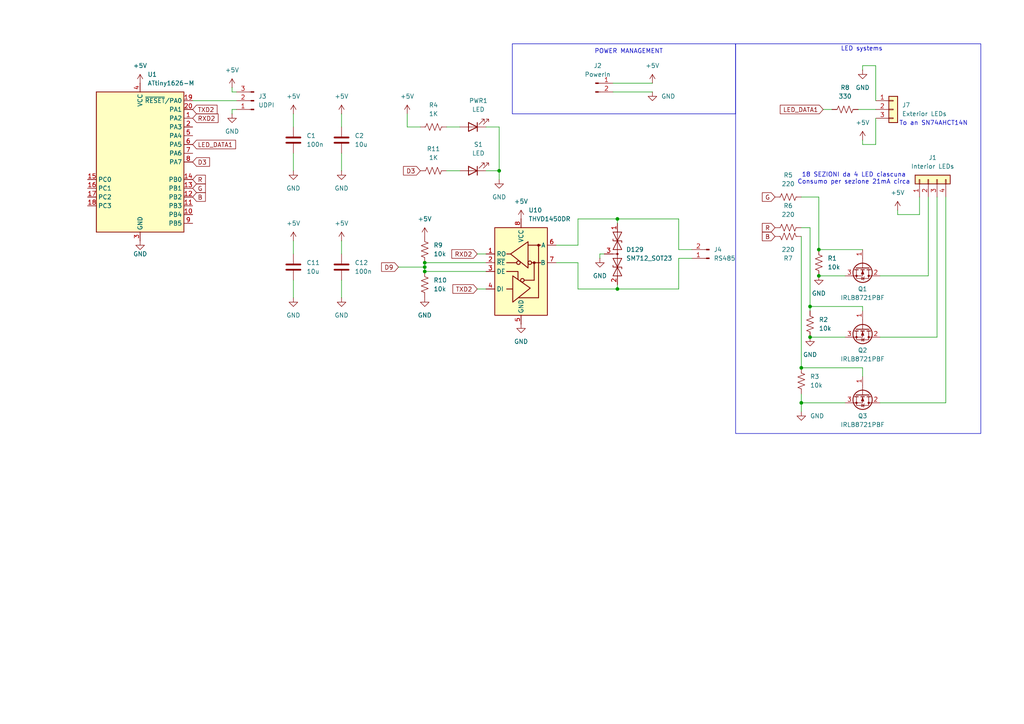
<source format=kicad_sch>
(kicad_sch (version 20250114) (generator "eeschema") (generator_version "9.0")
  (paper "A4")
  (lib_symbols
    (symbol "Conn_01x03_1" (pin_names (offset 1.016) (hide yes))
      (property "Reference" "J" (at 0 5.08 0))
      (property "Value" "Conn_01x03" (at 0 -5.08 0))
      (symbol "Conn_01x03_1_1_1"
        (rectangle (start -1.27 3.81) (end 1.27 -3.81) (stroke (width 0.254)) (fill (type background)))
        (rectangle (start -1.27 2.667) (end 0 2.413) (stroke (width 0.1524)))
        (rectangle (start -1.27 0.127) (end 0 -0.127) (stroke (width 0.1524)))
        (rectangle (start -1.27 -2.413) (end 0 -2.667) (stroke (width 0.1524)))
        (pin passive line (at -5.08 2.54 0) (length 3.81) (name "Pin_1") (number "1"))
        (pin passive line (at -5.08 0 0) (length 3.81) (name "Pin_2") (number "2"))
        (pin passive line (at -5.08 -2.54 0) (length 3.81) (name "Pin_3") (number "3"))
      )
    )
    (symbol "Connector:Conn_01x02_Pin" (pin_names (offset 1.016) (hide yes))
      (property "Reference" "J" (at 0 2.54 0))
      (property "Value" "Conn_01x02_Pin" (at 0 -5.08 0))
      (symbol "Conn_01x02_Pin_1_1"
        (rectangle (start 0.8636 0.127) (end 0 -0.127) (stroke (width 0.1524)) (fill (type outline)))
        (rectangle (start 0.8636 -2.413) (end 0 -2.667) (stroke (width 0.1524)) (fill (type outline)))
        (polyline (pts (xy 1.27 0) (xy 0.8636 0)) (stroke (width 0.1524)))
        (polyline (pts (xy 1.27 -2.54) (xy 0.8636 -2.54)) (stroke (width 0.1524)))
        (pin passive line (at 5.08 0 180) (length 3.81) (name "Pin_1") (number "1"))
        (pin passive line (at 5.08 -2.54 180) (length 3.81) (name "Pin_2") (number "2"))
      )
    )
    (symbol "Connector:Conn_01x03_Pin" (pin_names (offset 1.016) (hide yes))
      (property "Reference" "J" (at 0 5.08 0))
      (property "Value" "Conn_01x03_Pin" (at 0 -5.08 0))
      (symbol "Conn_01x03_Pin_1_1"
        (rectangle (start 0.8636 2.667) (end 0 2.413) (stroke (width 0.1524)) (fill (type outline)))
        (rectangle (start 0.8636 0.127) (end 0 -0.127) (stroke (width 0.1524)) (fill (type outline)))
        (rectangle (start 0.8636 -2.413) (end 0 -2.667) (stroke (width 0.1524)) (fill (type outline)))
        (polyline (pts (xy 1.27 2.54) (xy 0.8636 2.54)) (stroke (width 0.1524)))
        (polyline (pts (xy 1.27 0) (xy 0.8636 0)) (stroke (width 0.1524)))
        (polyline (pts (xy 1.27 -2.54) (xy 0.8636 -2.54)) (stroke (width 0.1524)))
        (pin passive line (at 5.08 2.54 180) (length 3.81) (name "Pin_1") (number "1"))
        (pin passive line (at 5.08 0 180) (length 3.81) (name "Pin_2") (number "2"))
        (pin passive line (at 5.08 -2.54 180) (length 3.81) (name "Pin_3") (number "3"))
      )
    )
    (symbol "Connector_Generic:Conn_01x04" (pin_names (offset 1.016) (hide yes))
      (property "Reference" "J1" (at 0 -11.43 0))
      (property "Value" "LED STRIP" (at 0 -8.89 0))
      (symbol "Conn_01x04_1_1"
        (rectangle (start -1.27 3.81) (end 1.27 -6.35) (stroke (width 0.254)) (fill (type background)))
        (rectangle (start -1.27 2.667) (end 0 2.413) (stroke (width 0.1524)))
        (rectangle (start -1.27 0.127) (end 0 -0.127) (stroke (width 0.1524)))
        (rectangle (start -1.27 -2.413) (end 0 -2.667) (stroke (width 0.1524)))
        (rectangle (start -1.27 -4.953) (end 0 -5.207) (stroke (width 0.1524)))
        (pin passive line (at -5.08 2.54 0) (length 3.81) (name "Pin_1") (number "1"))
        (pin passive line (at -5.08 0 0) (length 3.81) (name "Pin_2") (number "2"))
        (pin passive line (at -5.08 -2.54 0) (length 3.81) (name "3Pin_3") (number "3"))
        (pin passive line (at -5.08 -5.08 0) (length 3.81) (name "Pin_4") (number "4"))
      )
    )
    (symbol "Device:C" (pin_numbers (hide yes)) (pin_names (offset 0.254))
      (property "Reference" "C" (at 0.635 2.54 0))
      (property "Value" "C" (at 0.635 -2.54 0))
      (symbol "C_0_1"
        (polyline (pts (xy -2.032 0.762) (xy 2.032 0.762)) (stroke (width 0.508)))
        (polyline (pts (xy -2.032 -0.762) (xy 2.032 -0.762)) (stroke (width 0.508)))
      )
      (symbol "C_1_1"
        (pin passive line (at 0 3.81 270) (length 2.794) (name "~") (number "1"))
        (pin passive line (at 0 -3.81 90) (length 2.794) (name "~") (number "2"))
      )
    )
    (symbol "Device:LED" (pin_numbers (hide yes)) (pin_names (offset 1.016) (hide yes))
      (property "Reference" "D" (at 0 2.54 0))
      (property "Value" "LED" (at 0 -2.54 0))
      (symbol "LED_0_1"
        (polyline (pts (xy -3.048 -0.762) (xy -4.572 -2.286) (xy -3.81 -2.286) (xy -4.572 -2.286) (xy -4.572 -1.524)))
        (polyline (pts (xy -1.778 -0.762) (xy -3.302 -2.286) (xy -2.54 -2.286) (xy -3.302 -2.286) (xy -3.302 -1.524)))
        (polyline (pts (xy -1.27 0) (xy 1.27 0)))
        (polyline (pts (xy -1.27 -1.27) (xy -1.27 1.27)) (stroke (width 0.254)))
        (polyline (pts (xy 1.27 -1.27) (xy 1.27 1.27) (xy -1.27 0) (xy 1.27 -1.27)) (stroke (width 0.254)))
      )
      (symbol "LED_1_1"
        (pin passive line (at -3.81 0 0) (length 2.54) (name "K") (number "1"))
        (pin passive line (at 3.81 0 180) (length 2.54) (name "A") (number "2"))
      )
    )
    (symbol "Device:R_US" (pin_numbers (hide yes)) (pin_names (offset 0))
      (property "Reference" "R" (at 2.54 0 90))
      (property "Value" "R_US" (at -2.54 0 90))
      (symbol "R_US_0_1"
        (polyline (pts (xy 0 2.286) (xy 0 2.54)))
        (polyline (pts (xy 0 2.286) (xy 1.016 1.905) (xy 0 1.524) (xy -1.016 1.143) (xy 0 0.762)))
        (polyline (pts (xy 0 0.762) (xy 1.016 0.381) (xy 0 0) (xy -1.016 -0.381) (xy 0 -0.762)))
        (polyline (pts (xy 0 -0.762) (xy 1.016 -1.143) (xy 0 -1.524) (xy -1.016 -1.905) (xy 0 -2.286)))
        (polyline (pts (xy 0 -2.286) (xy 0 -2.54)))
      )
      (symbol "R_US_1_1"
        (pin passive line (at 0 3.81 270) (length 1.27) (name "~") (number "1"))
        (pin passive line (at 0 -3.81 90) (length 1.27) (name "~") (number "2"))
      )
    )
    (symbol "Diode:SM712_SOT23" (pin_names (offset 1.016) (hide yes))
      (property "Reference" "D" (at 0 4.445 0))
      (property "Value" "SM712_SOT23" (at 0 2.54 0))
      (symbol "SM712_SOT23_0_0"
        (polyline (pts (xy 0 -1.27) (xy 0 0)))
      )
      (symbol "SM712_SOT23_0_1"
        (polyline (pts (xy -6.35 0) (xy 6.35 0)))
        (polyline (pts (xy -6.35 -1.27) (xy -1.27 1.27) (xy -1.27 -1.27) (xy -6.35 1.27) (xy -6.35 -1.27)) (stroke (width 0.2032)))
        (polyline (pts (xy -3.302 1.27) (xy -3.81 1.27) (xy -3.81 -1.27) (xy -4.318 -1.27)) (stroke (width 0.2032)))
        (circle (center 0 0) (radius 0.254) (fill (type outline)))
        (polyline (pts (xy 1.27 -1.27) (xy 1.27 1.27) (xy 6.35 -1.27) (xy 6.35 1.27) (xy 1.27 -1.27)) (stroke (width 0.2032)))
        (polyline (pts (xy 4.318 1.27) (xy 3.81 1.27) (xy 3.81 -1.27) (xy 3.302 -1.27)) (stroke (width 0.2032)))
      )
      (symbol "SM712_SOT23_1_1"
        (pin passive line (at -8.89 0 0) (length 2.54) (name "A1") (number "1"))
        (pin input line (at 0 -3.81 90) (length 2.54) (name "common") (number "3"))
        (pin passive line (at 8.89 0 180) (length 2.54) (name "A2") (number "2"))
      )
    )
    (symbol "Interface_UART:THVD1450DR"
      (property "Reference" "U" (at -6.985 13.97 0))
      (property "Value" "THVD1450DR" (at 1.905 13.97 0))
      (symbol "THVD1450DR_0_1"
        (rectangle (start -7.62 12.7) (end 7.62 -12.7) (stroke (width 0.254)) (fill (type background)))
        (polyline (pts (xy -4.191 2.54) (xy -1.27 2.54)) (stroke (width 0.254)))
        (polyline (pts (xy -4.191 0) (xy -0.889 0) (xy -0.889 -2.286)) (stroke (width 0.254)))
        (polyline (pts (xy -3.175 5.08) (xy -4.191 5.08) (xy -4.064 5.08)) (stroke (width 0.254)))
        (polyline (pts (xy -2.54 -5.08) (xy -4.191 -5.08)) (stroke (width 0.254)))
        (polyline (pts (xy -2.413 -5.08) (xy -2.413 -1.27) (xy 2.667 -4.826) (xy -2.413 -8.89) (xy -2.413 -5.08)) (stroke (width 0.254)))
        (polyline (pts (xy -0.635 -7.62) (xy 5.08 -7.62)) (stroke (width 0.254)))
        (circle (center 0.381 -2.54) (radius 0.508) (stroke (width 0.254)))
        (polyline (pts (xy 0.889 -2.54) (xy 3.81 -2.54)) (stroke (width 0.254)))
        (polyline (pts (xy 2.032 7.62) (xy 5.715 7.62)) (stroke (width 0.254)))
        (polyline (pts (xy 3.048 2.54) (xy 5.715 2.54)) (stroke (width 0.254)))
        (circle (center 3.81 2.54) (radius 0.2794) (stroke (width 0.254)) (fill (type outline)))
        (polyline (pts (xy 3.81 -2.54) (xy 3.81 2.54)) (stroke (width 0.254)))
        (polyline (pts (xy 5.08 -7.62) (xy 5.08 7.62)) (stroke (width 0.254)))
      )
      (symbol "THVD1450DR_1_1"
        (circle (center -0.762 2.54) (radius 0.508) (stroke (width 0.254)))
        (polyline (pts (xy 2.032 4.826) (xy 2.032 8.636) (xy -3.048 5.08) (xy 2.032 1.016) (xy 2.032 4.826)) (stroke (width 0.254)))
        (circle (center 2.54 2.54) (radius 0.508) (stroke (width 0.254)))
        (circle (center 5.08 7.62) (radius 0.2794) (stroke (width 0.254)) (fill (type outline)))
        (pin output line (at -10.16 5.08 0) (length 2.54) (name "RO") (number "1"))
        (pin input line (at -10.16 2.54 0) (length 2.54) (name "~{RE}") (number "2"))
        (pin input line (at -10.16 0 0) (length 2.54) (name "DE") (number "3"))
        (pin input line (at -10.16 -5.08 0) (length 2.54) (name "DI") (number "4"))
        (pin power_in line (at 0 15.24 270) (length 2.54) (name "VCC") (number "8"))
        (pin power_in line (at 0 -15.24 90) (length 2.54) (name "GND") (number "5"))
        (pin bidirectional line (at 10.16 7.62 180) (length 2.54) (name "A") (number "6"))
        (pin bidirectional line (at 10.16 2.54 180) (length 2.54) (name "B") (number "7"))
      )
    )
    (symbol "MCU_Microchip_ATtiny:ATtiny1626-M"
      (property "Reference" "U" (at -12.7 21.59 0))
      (property "Value" "ATtiny1626-M" (at 2.54 -21.59 0))
      (symbol "ATtiny1626-M_0_1"
        (rectangle (start -12.7 -20.32) (end 12.7 20.32) (stroke (width 0.254)) (fill (type background)))
      )
      (symbol "ATtiny1626-M_1_1"
        (pin bidirectional line (at -15.24 -5.08 0) (length 2.54) (name "PC0") (number "15"))
        (pin bidirectional line (at -15.24 -7.62 0) (length 2.54) (name "PC1") (number "16"))
        (pin bidirectional line (at -15.24 -10.16 0) (length 2.54) (name "PC2") (number "17"))
        (pin bidirectional line (at -15.24 -12.7 0) (length 2.54) (name "PC3") (number "18"))
        (pin power_in line (at 0 22.86 270) (length 2.54) (name "VCC") (number "4"))
        (pin passive line (at 0 -22.86 90) (length 2.54) (hide yes) (name "GND") (number "21"))
        (pin power_in line (at 0 -22.86 90) (length 2.54) (name "GND") (number "3"))
        (pin bidirectional line (at 15.24 17.78 180) (length 2.54) (name "~{RESET}/PA0") (number "19"))
        (pin bidirectional line (at 15.24 15.24 180) (length 2.54) (name "PA1") (number "20"))
        (pin bidirectional line (at 15.24 12.7 180) (length 2.54) (name "PA2") (number "1"))
        (pin bidirectional line (at 15.24 10.16 180) (length 2.54) (name "PA3") (number "2"))
        (pin bidirectional line (at 15.24 7.62 180) (length 2.54) (name "PA4") (number "5"))
        (pin bidirectional line (at 15.24 5.08 180) (length 2.54) (name "PA5") (number "6"))
        (pin bidirectional line (at 15.24 2.54 180) (length 2.54) (name "PA6") (number "7"))
        (pin bidirectional line (at 15.24 0 180) (length 2.54) (name "PA7") (number "8"))
        (pin bidirectional line (at 15.24 -5.08 180) (length 2.54) (name "PB0") (number "14"))
        (pin bidirectional line (at 15.24 -7.62 180) (length 2.54) (name "PB1") (number "13"))
        (pin bidirectional line (at 15.24 -10.16 180) (length 2.54) (name "PB2") (number "12"))
        (pin bidirectional line (at 15.24 -12.7 180) (length 2.54) (name "PB3") (number "11"))
        (pin bidirectional line (at 15.24 -15.24 180) (length 2.54) (name "PB4") (number "10"))
        (pin bidirectional line (at 15.24 -17.78 180) (length 2.54) (name "PB5") (number "9"))
      )
    )
    (symbol "Transistor_FET:IRLB8721PBF" (pin_names (hide yes))
      (property "Reference" "Q" (at 5.08 1.905 0))
      (property "Value" "IRLB8721PBF" (at 5.08 0 0))
      (symbol "IRLB8721PBF_0_1"
        (polyline (pts (xy 0.254 1.905) (xy 0.254 -1.905)) (stroke (width 0.254)))
        (polyline (pts (xy 0.254 0) (xy -2.54 0)))
        (polyline (pts (xy 0.762 2.286) (xy 0.762 1.27)) (stroke (width 0.254)))
        (polyline (pts (xy 0.762 0.508) (xy 0.762 -0.508)) (stroke (width 0.254)))
        (polyline (pts (xy 0.762 -1.27) (xy 0.762 -2.286)) (stroke (width 0.254)))
        (polyline (pts (xy 0.762 -1.778) (xy 3.302 -1.778) (xy 3.302 1.778) (xy 0.762 1.778)))
        (polyline (pts (xy 1.016 0) (xy 2.032 0.381) (xy 2.032 -0.381) (xy 1.016 0)) (fill (type outline)))
        (circle (center 1.651 0) (radius 2.794) (stroke (width 0.254)))
        (polyline (pts (xy 2.54 2.54) (xy 2.54 1.778)))
        (circle (center 2.54 1.778) (radius 0.254) (fill (type outline)))
        (circle (center 2.54 -1.778) (radius 0.254) (fill (type outline)))
        (polyline (pts (xy 2.54 -2.54) (xy 2.54 0) (xy 0.762 0)))
        (polyline (pts (xy 2.794 0.508) (xy 2.921 0.381) (xy 3.683 0.381) (xy 3.81 0.254)))
        (polyline (pts (xy 3.302 0.381) (xy 2.921 -0.254) (xy 3.683 -0.254) (xy 3.302 0.381)))
      )
      (symbol "IRLB8721PBF_1_1"
        (pin input line (at -5.08 0 0) (length 2.54) (name "G") (number "1"))
        (pin passive line (at 2.54 5.08 270) (length 2.54) (name "D") (number "2"))
        (pin passive line (at 2.54 -5.08 90) (length 2.54) (name "S") (number "3"))
      )
    )
    (symbol "power:+5V" (power) (pin_numbers (hide yes)) (pin_names (offset 0) (hide yes))
      (property "Value" "+5V" (at 0 3.556 0))
      (symbol "+5V_0_1"
        (polyline (pts (xy -0.762 1.27) (xy 0 2.54)))
        (polyline (pts (xy 0 2.54) (xy 0.762 1.27)))
        (polyline (pts (xy 0 0) (xy 0 2.54)))
      )
      (symbol "+5V_1_1"
        (pin power_in line (at 0 0 90) (length 0) (name "~") (number "1"))
      )
    )
    (symbol "power:GND" (power) (pin_numbers (hide yes)) (pin_names (offset 0) (hide yes))
      (property "Value" "GND" (at 0 -3.81 0))
      (symbol "GND_0_1"
        (polyline (pts (xy 0 0) (xy 0 -1.27) (xy 1.27 -1.27) (xy 0 -2.54) (xy -1.27 -1.27) (xy 0 -1.27)))
      )
      (symbol "GND_1_1"
        (pin power_in line (at 0 0 270) (length 0) (name "~") (number "1"))
      )
    )
  )
  (rectangle (start 213.36 12.7) (end 284.48 125.73))
  (rectangle (start 148.59 12.7) (end 213.36 33.02))
  (text "18 SEZIONI da 4 LED ciascuna\nConsumo per sezione 21mA circa" (at 247.65 51.816 0) (effects (font (size 1.27 1.27))))
  (text "To an SN74AHCT14N" (at 270.764 35.814 0) (effects (font (size 1.27 1.27))))
  (text "POWER MANAGEMENT" (at 182.372 14.986 0) (effects (font (size 1.27 1.27))))
  (text "LED systems" (at 249.936 14.224 0) (effects (font (size 1.27 1.27))))
  (junction (at 179.07 83.82))
  (junction (at 144.78 49.53))
  (junction (at 123.19 76.2))
  (junction (at 232.41 106.68))
  (junction (at 179.07 63.5))
  (junction (at 123.19 77.47))
  (junction (at 123.19 78.74))
  (junction (at 234.95 97.79))
  (junction (at 237.49 80.01))
  (junction (at 232.41 116.84))
  (junction (at 234.95 88.9))
  (junction (at 237.49 72.39))
  (wire (pts (xy 177.8 24.13) (xy 189.23 24.13)))
  (wire (pts (xy 260.35 62.23) (xy 260.35 60.96)))
  (wire (pts (xy 232.41 57.15) (xy 237.49 57.15)))
  (wire (pts (xy 99.06 81.28) (xy 99.06 86.36)))
  (wire (pts (xy 271.78 57.15) (xy 271.78 97.79)))
  (wire (pts (xy 274.32 116.84) (xy 255.27 116.84)))
  (wire (pts (xy 138.43 83.82) (xy 140.97 83.82)))
  (wire (pts (xy 85.09 33.02) (xy 85.09 36.83)))
  (wire (pts (xy 85.09 44.45) (xy 85.09 49.53)))
  (wire (pts (xy 55.88 29.21) (xy 68.58 29.21)))
  (wire (pts (xy 115.57 77.47) (xy 123.19 77.47)))
  (wire (pts (xy 245.11 80.01) (xy 237.49 80.01)))
  (wire (pts (xy 250.19 90.17) (xy 250.19 88.9)))
  (wire (pts (xy 200.66 74.93) (xy 196.85 74.93)))
  (wire (pts (xy 167.64 71.12) (xy 167.64 63.5)))
  (wire (pts (xy 138.43 73.66) (xy 140.97 73.66)))
  (wire (pts (xy 99.06 33.02) (xy 99.06 36.83)))
  (wire (pts (xy 68.58 31.75) (xy 67.31 31.75)))
  (wire (pts (xy 232.41 106.68) (xy 250.19 106.68)))
  (wire (pts (xy 200.66 72.39) (xy 196.85 72.39)))
  (wire (pts (xy 144.78 49.53) (xy 144.78 52.07)))
  (wire (pts (xy 245.11 97.79) (xy 234.95 97.79)))
  (wire (pts (xy 271.78 97.79) (xy 255.27 97.79)))
  (wire (pts (xy 248.92 31.75) (xy 254 31.75)))
  (wire (pts (xy 237.49 57.15) (xy 237.49 72.39)))
  (wire (pts (xy 123.19 78.74) (xy 140.97 78.74)))
  (wire (pts (xy 129.54 49.53) (xy 133.35 49.53)))
  (wire (pts (xy 67.31 26.67) (xy 67.31 25.4)))
  (wire (pts (xy 254 19.05) (xy 250.19 19.05)))
  (wire (pts (xy 85.09 69.85) (xy 85.09 73.66)))
  (wire (pts (xy 250.19 88.9) (xy 234.95 88.9)))
  (wire (pts (xy 167.64 76.2) (xy 167.64 83.82)))
  (wire (pts (xy 196.85 72.39) (xy 196.85 63.5)))
  (wire (pts (xy 274.32 57.15) (xy 274.32 116.84)))
  (wire (pts (xy 177.8 26.67) (xy 189.23 26.67)))
  (wire (pts (xy 123.19 76.2) (xy 123.19 77.47)))
  (wire (pts (xy 161.29 76.2) (xy 167.64 76.2)))
  (wire (pts (xy 196.85 74.93) (xy 196.85 83.82)))
  (wire (pts (xy 167.64 63.5) (xy 179.07 63.5)))
  (wire (pts (xy 250.19 40.64) (xy 250.19 41.91)))
  (wire (pts (xy 232.41 114.3) (xy 232.41 116.84)))
  (wire (pts (xy 129.54 36.83) (xy 133.35 36.83)))
  (wire (pts (xy 179.07 63.5) (xy 179.07 64.77)))
  (wire (pts (xy 250.19 106.68) (xy 250.19 109.22)))
  (wire (pts (xy 250.19 72.39) (xy 237.49 72.39)))
  (wire (pts (xy 234.95 66.04) (xy 234.95 88.9)))
  (wire (pts (xy 250.19 41.91) (xy 254 41.91)))
  (wire (pts (xy 68.58 26.67) (xy 67.31 26.67)))
  (wire (pts (xy 254 41.91) (xy 254 34.29)))
  (wire (pts (xy 232.41 119.38) (xy 232.41 116.84)))
  (wire (pts (xy 85.09 81.28) (xy 85.09 86.36)))
  (wire (pts (xy 234.95 88.9) (xy 234.95 90.17)))
  (wire (pts (xy 99.06 44.45) (xy 99.06 49.53)))
  (wire (pts (xy 144.78 36.83) (xy 144.78 49.53)))
  (wire (pts (xy 269.24 57.15) (xy 269.24 80.01)))
  (wire (pts (xy 161.29 71.12) (xy 167.64 71.12)))
  (wire (pts (xy 260.35 62.23) (xy 266.7 62.23)))
  (wire (pts (xy 255.27 80.01) (xy 269.24 80.01)))
  (wire (pts (xy 179.07 83.82) (xy 196.85 83.82)))
  (wire (pts (xy 232.41 68.58) (xy 232.41 106.68)))
  (wire (pts (xy 232.41 66.04) (xy 234.95 66.04)))
  (wire (pts (xy 167.64 83.82) (xy 179.07 83.82)))
  (wire (pts (xy 118.11 36.83) (xy 121.92 36.83)))
  (wire (pts (xy 179.07 82.55) (xy 179.07 83.82)))
  (wire (pts (xy 123.19 77.47) (xy 123.19 78.74)))
  (wire (pts (xy 173.99 73.66) (xy 173.99 74.93)))
  (wire (pts (xy 254 29.21) (xy 254 19.05)))
  (wire (pts (xy 118.11 33.02) (xy 118.11 36.83)))
  (wire (pts (xy 99.06 69.85) (xy 99.06 73.66)))
  (wire (pts (xy 175.26 73.66) (xy 173.99 73.66)))
  (wire (pts (xy 140.97 36.83) (xy 144.78 36.83)))
  (wire (pts (xy 266.7 62.23) (xy 266.7 57.15)))
  (wire (pts (xy 67.31 31.75) (xy 67.31 33.02)))
  (wire (pts (xy 140.97 76.2) (xy 123.19 76.2)))
  (wire (pts (xy 238.76 31.75) (xy 241.3 31.75)))
  (wire (pts (xy 179.07 63.5) (xy 196.85 63.5)))
  (wire (pts (xy 232.41 116.84) (xy 245.11 116.84)))
  (wire (pts (xy 250.19 19.05) (xy 250.19 20.32)))
  (wire (pts (xy 140.97 49.53) (xy 144.78 49.53)))
  (global_label "D3" (shape input) (at 121.92 49.53 180) (property "Intersheetrefs" "${INTERSHEET_REFS}" (effects (hide yes))))
  (global_label "G" (shape input) (at 55.88 54.61 0) (property "Intersheetrefs" "${INTERSHEET_REFS}" (effects (hide yes))))
  (global_label "TXD2" (shape input) (at 55.88 31.75 0) (property "Intersheetrefs" "${INTERSHEET_REFS}" (effects (hide yes))))
  (global_label "RXD2" (shape input) (at 138.43 73.66 180) (property "Intersheetrefs" "${INTERSHEET_REFS}" (effects (hide yes))))
  (global_label "RXD2" (shape input) (at 55.88 34.29 0) (property "Intersheetrefs" "${INTERSHEET_REFS}" (effects (hide yes))))
  (global_label "B" (shape input) (at 55.88 57.15 0) (property "Intersheetrefs" "${INTERSHEET_REFS}" (effects (hide yes))))
  (global_label "LED_DATA1" (shape input) (at 238.76 31.75 180) (property "Intersheetrefs" "${INTERSHEET_REFS}" (effects (hide yes))))
  (global_label "TXD2" (shape input) (at 138.43 83.82 180) (property "Intersheetrefs" "${INTERSHEET_REFS}" (effects (hide yes))))
  (global_label "G" (shape input) (at 224.79 57.15 180) (property "Intersheetrefs" "${INTERSHEET_REFS}" (effects (hide yes))))
  (global_label "LED_DATA1" (shape input) (at 55.88 41.91 0) (property "Intersheetrefs" "${INTERSHEET_REFS}" (effects (hide yes))))
  (global_label "B" (shape input) (at 224.79 68.58 180) (property "Intersheetrefs" "${INTERSHEET_REFS}" (effects (hide yes))))
  (global_label "D9" (shape input) (at 115.57 77.47 180) (property "Intersheetrefs" "${INTERSHEET_REFS}" (effects (hide yes))))
  (global_label "D3" (shape input) (at 55.88 46.99 0) (property "Intersheetrefs" "${INTERSHEET_REFS}" (effects (hide yes))))
  (global_label "R" (shape input) (at 55.88 52.07 0) (property "Intersheetrefs" "${INTERSHEET_REFS}" (effects (hide yes))))
  (global_label "R" (shape input) (at 224.79 66.04 180) (property "Intersheetrefs" "${INTERSHEET_REFS}" (effects (hide yes))))
  (symbol (lib_id "Device:C") (at 99.06 40.64 0) (unit 1)
    (property "Reference" "C2" (at 102.87 39.3699 0) (effects (justify left)))
    (property "Value" "10u" (at 102.87 41.9099 0) (effects (justify left)))
    (property "Footprint" "Capacitor_SMD:C_0402_1005Metric_Pad0.74x0.62mm_HandSolder" (effects (hide yes)))
    (property "Description" "Unpolarized capacitor" (effects (hide yes)))
  )
  (symbol (lib_id "power:GND") (at 85.09 86.36 0) (unit 1)
    (property "Reference" "#PWR047" (effects (hide yes)))
    (property "Value" "GND" (at 85.09 91.44 0))
    (property "Description" "Power symbol creates a global label with name \"GND\" , ground" (effects (hide yes)))
  )
  (symbol (lib_id "power:GND") (at 99.06 49.53 0) (unit 1)
    (property "Reference" "#PWR08" (effects (hide yes)))
    (property "Value" "GND" (at 99.06 54.61 0))
    (property "Description" "Power symbol creates a global label with name \"GND\" , ground" (effects (hide yes)))
  )
  (symbol (lib_id "power:GND") (at 250.19 20.32 0) (unit 1)
    (property "Reference" "#PWR015" (effects (hide yes)))
    (property "Value" "GND" (at 250.19 25.4 0))
    (property "Description" "Power symbol creates a global label with name \"GND\" , ground" (effects (hide yes)))
  )
  (symbol (lib_id "Device:C") (at 85.09 40.64 0) (unit 1)
    (property "Reference" "C1" (at 88.9 39.3699 0) (effects (justify left)))
    (property "Value" "100n" (at 88.9 41.9099 0) (effects (justify left)))
    (property "Footprint" "Capacitor_SMD:C_0402_1005Metric_Pad0.74x0.62mm_HandSolder" (effects (hide yes)))
    (property "Description" "Unpolarized capacitor" (effects (hide yes)))
  )
  (symbol (lib_id "power:+5V") (at 189.23 24.13 0) (unit 1)
    (property "Reference" "#PWR029" (effects (hide yes)))
    (property "Value" "+5V" (at 189.23 19.05 0))
    (property "Description" "Power symbol creates a global label with name \"+5V\"" (effects (hide yes)))
  )
  (symbol (lib_id "power:GND") (at 237.49 80.01 0) (unit 1)
    (property "Reference" "#PWR03" (effects (hide yes)))
    (property "Value" "GND" (at 237.49 85.09 0))
    (property "Description" "Power symbol creates a global label with name \"GND\" , ground" (effects (hide yes)))
  )
  (symbol (lib_id "Transistor_FET:IRLB8721PBF") (at 250.19 77.47 270) (unit 1)
    (property "Reference" "Q1" (at 250.19 83.82 90))
    (property "Value" "IRLB8721PBF" (at 250.19 86.36 90))
    (property "Footprint" "Package_TO_SOT_THT:TO-220-3_Vertical" (effects (hide yes)))
    (property "Datasheet" "http://www.infineon.com/dgdl/irlb8721pbf.pdf?fileId=5546d462533600a40153566056732591" (effects (hide yes)))
    (property "Description" "62A Id, 30V Vds, 8.7 mOhm Rds, N-Channel HEXFET Power MOSFET, TO-220" (effects (hide yes)))
  )
  (symbol (lib_id "Diode:SM712_SOT23") (at 179.07 73.66 270) (unit 1)
    (property "Reference" "D129" (at 181.61 72.3899 90) (effects (justify left)))
    (property "Value" "SM712_SOT23" (at 181.61 74.9299 90) (effects (justify left)))
    (property "Footprint" "Package_TO_SOT_SMD:SOT-23" (effects (hide yes)))
    (property "Datasheet" "https://www.littelfuse.com/~/media/electronics/datasheets/tvs_diode_arrays/littelfuse_tvs_diode_array_sm712_datasheet.pdf.pdf" (effects (hide yes)))
    (property "Description" "7V/12V, 600W Asymmetrical TVS Diode Array, SOT-23" (effects (hide yes)))
  )
  (symbol (lib_id "Device:R_US") (at 237.49 76.2 0) (unit 1)
    (property "Reference" "R1" (at 240.03 74.9299 0) (effects (justify left)))
    (property "Value" "10k" (at 240.03 77.4699 0) (effects (justify left)))
    (property "Footprint" "Resistor_SMD:R_0402_1005Metric_Pad0.72x0.64mm_HandSolder" (effects (hide yes)))
    (property "Description" "Resistor, US symbol" (effects (hide yes)))
  )
  (symbol (lib_id "power:+5V") (at 151.13 63.5 0) (unit 1)
    (property "Reference" "#PWR052" (effects (hide yes)))
    (property "Value" "+5V" (at 151.13 58.42 0))
    (property "Description" "Power symbol creates a global label with name \"+5V\"" (effects (hide yes)))
  )
  (symbol (lib_id "power:+5V") (at 99.06 69.85 0) (unit 1)
    (property "Reference" "#PWR048" (effects (hide yes)))
    (property "Value" "+5V" (at 99.06 64.77 0))
    (property "Description" "Power symbol creates a global label with name \"+5V\"" (effects (hide yes)))
  )
  (symbol (lib_id "Device:R_US") (at 228.6 68.58 90) (mirror x) (unit 1)
    (property "Reference" "R7" (at 228.6 74.93 90))
    (property "Value" "220" (at 228.6 72.39 90))
    (property "Footprint" "Resistor_SMD:R_0402_1005Metric_Pad0.72x0.64mm_HandSolder" (effects (hide yes)))
    (property "Description" "Resistor, US symbol" (effects (hide yes)))
  )
  (symbol (lib_id "power:GND") (at 173.99 74.93 0) (unit 1)
    (property "Reference" "#PWR054" (effects (hide yes)))
    (property "Value" "GND" (at 173.99 80.01 0))
    (property "Description" "Power symbol creates a global label with name \"GND\" , ground" (effects (hide yes)))
  )
  (symbol (lib_id "Transistor_FET:IRLB8721PBF") (at 250.19 95.25 270) (unit 1)
    (property "Reference" "Q2" (at 250.19 101.6 90))
    (property "Value" "IRLB8721PBF" (at 250.19 104.14 90))
    (property "Footprint" "Package_TO_SOT_THT:TO-220-3_Vertical" (effects (hide yes)))
    (property "Datasheet" "http://www.infineon.com/dgdl/irlb8721pbf.pdf?fileId=5546d462533600a40153566056732591" (effects (hide yes)))
    (property "Description" "62A Id, 30V Vds, 8.7 mOhm Rds, N-Channel HEXFET Power MOSFET, TO-220" (effects (hide yes)))
  )
  (symbol (lib_id "power:GND") (at 40.64 69.85 0) (unit 1)
    (property "Reference" "#PWR02" (effects (hide yes)))
    (property "Value" "GND" (at 38.608 73.66 0) (effects (justify left)))
    (property "Description" "Power symbol creates a global label with name \"GND\" , ground" (effects (hide yes)))
  )
  (symbol (lib_id "power:+5V") (at 250.19 40.64 0) (unit 1)
    (property "Reference" "#PWR038" (effects (hide yes)))
    (property "Value" "+5V" (at 250.19 35.56 0))
    (property "Description" "Power symbol creates a global label with name \"+5V\"" (effects (hide yes)))
  )
  (symbol (lib_id "power:+5V") (at 260.35 60.96 0) (unit 1)
    (property "Reference" "#PWR040" (effects (hide yes)))
    (property "Value" "+5V" (at 260.35 55.88 0))
    (property "Description" "Power symbol creates a global label with name \"+5V\"" (effects (hide yes)))
  )
  (symbol (lib_id "power:+5V") (at 99.06 33.02 0) (unit 1)
    (property "Reference" "#PWR035" (effects (hide yes)))
    (property "Value" "+5V" (at 99.06 27.94 0))
    (property "Description" "Power symbol creates a global label with name \"+5V\"" (effects (hide yes)))
  )
  (symbol (lib_id "power:+5V") (at 85.09 69.85 0) (unit 1)
    (property "Reference" "#PWR046" (effects (hide yes)))
    (property "Value" "+5V" (at 85.09 64.77 0))
    (property "Description" "Power symbol creates a global label with name \"+5V\"" (effects (hide yes)))
  )
  (symbol (lib_id "power:GND") (at 99.06 86.36 0) (unit 1)
    (property "Reference" "#PWR049" (effects (hide yes)))
    (property "Value" "GND" (at 99.06 91.44 0))
    (property "Description" "Power symbol creates a global label with name \"GND\" , ground" (effects (hide yes)))
  )
  (symbol (lib_id "Device:C") (at 85.09 77.47 0) (unit 1)
    (property "Reference" "C11" (at 88.9 76.1999 0) (effects (justify left)))
    (property "Value" "10u" (at 88.9 78.7399 0) (effects (justify left)))
    (property "Footprint" "Capacitor_SMD:C_0402_1005Metric_Pad0.74x0.62mm_HandSolder" (effects (hide yes)))
    (property "Description" "Unpolarized capacitor" (effects (hide yes)))
  )
  (symbol (lib_id "Interface_UART:THVD1450DR") (at 151.13 78.74 0) (unit 1)
    (property "Reference" "U10" (at 153.2733 60.96 0) (effects (justify left)))
    (property "Value" "THVD1450DR" (at 153.2733 63.5 0) (effects (justify left)))
    (property "Footprint" "Package_SON:VSON-8-1EP_3x3mm_P0.65mm_EP1.6x2.4mm" (effects (hide yes)))
    (property "Datasheet" "https://www.ti.com/lit/ds/symlink/thvd1450.pdf" (effects (hide yes)))
    (property "Description" "3.3-V to 5-V RS-485 transceiver with ±18-kV IEC ESD protection, VSON-8" (effects (hide yes)))
    (property "Manufacturer" "Texas Instruments" (effects (hide yes)))
  )
  (symbol (lib_id "Device:R_US") (at 125.73 49.53 90) (unit 1)
    (property "Reference" "R11" (at 125.73 43.18 90))
    (property "Value" "1K" (at 125.73 45.72 90))
    (property "Footprint" "Resistor_SMD:R_0402_1005Metric_Pad0.72x0.64mm_HandSolder" (effects (hide yes)))
    (property "Description" "Resistor, US symbol" (effects (hide yes)))
  )
  (symbol (lib_id "Device:LED") (at 137.16 49.53 180) (unit 1)
    (property "Reference" "S1" (at 138.7475 41.91 0))
    (property "Value" "LED" (at 138.7475 44.45 0))
    (property "Footprint" "LED_SMD:LED_0402_1005Metric_Pad0.77x0.64mm_HandSolder" (effects (hide yes)))
    (property "Description" "Light emitting diode" (effects (hide yes)))
    (property "Sim.Pins" "1=K 2=A" (effects (hide yes)))
  )
  (symbol (lib_id "power:GND") (at 189.23 26.67 0) (unit 1)
    (property "Reference" "#PWR01" (effects (hide yes)))
    (property "Value" "GND" (at 191.77 27.9399 0) (effects (justify left)))
    (property "Description" "Power symbol creates a global label with name \"GND\" , ground" (effects (hide yes)))
  )
  (symbol (lib_id "power:GND") (at 151.13 93.98 0) (unit 1)
    (property "Reference" "#PWR053" (effects (hide yes)))
    (property "Value" "GND" (at 151.13 99.06 0))
    (property "Description" "Power symbol creates a global label with name \"GND\" , ground" (effects (hide yes)))
  )
  (symbol (lib_id "Device:R_US") (at 232.41 110.49 180) (unit 1)
    (property "Reference" "R3" (at 234.95 109.2199 0) (effects (justify right)))
    (property "Value" "10k" (at 234.95 111.7599 0) (effects (justify right)))
    (property "Footprint" "Resistor_SMD:R_0402_1005Metric_Pad0.72x0.64mm_HandSolder" (effects (hide yes)))
    (property "Description" "Resistor, US symbol" (effects (hide yes)))
  )
  (symbol (lib_id "MCU_Microchip_ATtiny:ATtiny1626-M") (at 40.64 46.99 0) (unit 1)
    (property "Reference" "U1" (at 42.7833 21.59 0) (effects (justify left)))
    (property "Value" "ATtiny1626-M" (at 42.7833 24.13 0) (effects (justify left)))
    (property "Footprint" "Package_DFN_QFN:VQFN-20-1EP_3x3mm_P0.4mm_EP1.7x1.7mm" (effects (hide yes)))
    (property "Datasheet" "https://ww1.microchip.com/downloads/en/DeviceDoc/ATtiny1624-26-27-DataSheet-DS40002234A.pdf" (effects (hide yes)))
    (property "Description" "20MHz, 16kB Flash, 2kB SRAM, 256B EEPROM, VQFN-20" (effects (hide yes)))
  )
  (symbol (lib_id "Connector:Conn_01x02_Pin") (at 205.74 74.93 180) (unit 1)
    (property "Reference" "J4" (at 207.01 72.3899 0) (effects (justify right)))
    (property "Value" "RS485" (at 207.01 74.9299 0) (effects (justify right)))
    (property "Footprint" "Connector_JST:JST_NV_B02P-NV_1x02_P5.00mm_Vertical" (effects (hide yes)))
    (property "Description" "Generic connector, single row, 01x02, script generated" (effects (hide yes)))
  )
  (symbol (lib_id "power:+5V") (at 118.11 33.02 0) (unit 1)
    (property "Reference" "#PWR036" (effects (hide yes)))
    (property "Value" "+5V" (at 118.11 27.94 0))
    (property "Description" "Power symbol creates a global label with name \"+5V\"" (effects (hide yes)))
  )
  (symbol (lib_id "power:GND") (at 85.09 49.53 0) (unit 1)
    (property "Reference" "#PWR06" (effects (hide yes)))
    (property "Value" "GND" (at 85.09 54.61 0))
    (property "Description" "Power symbol creates a global label with name \"GND\" , ground" (effects (hide yes)))
  )
  (symbol (lib_id "Connector:Conn_01x02_Pin") (at 172.72 24.13 0) (unit 1)
    (property "Reference" "J2" (at 173.355 19.05 0))
    (property "Value" "PowerIn" (at 173.355 21.59 0))
    (property "Footprint" "Personal:2Pin-HighPower" (effects (hide yes)))
    (property "Description" "Generic connector, single row, 01x02, script generated" (effects (hide yes)))
  )
  (symbol (lib_id "Device:R_US") (at 234.95 93.98 0) (unit 1)
    (property "Reference" "R2" (at 237.49 92.7099 0) (effects (justify left)))
    (property "Value" "10k" (at 237.49 95.2499 0) (effects (justify left)))
    (property "Footprint" "Resistor_SMD:R_0402_1005Metric_Pad0.72x0.64mm_HandSolder" (effects (hide yes)))
    (property "Description" "Resistor, US symbol" (effects (hide yes)))
  )
  (symbol (lib_id "power:GND") (at 123.19 86.36 0) (unit 1)
    (property "Reference" "#PWR051" (effects (hide yes)))
    (property "Value" "GND" (at 123.19 91.44 0))
    (property "Description" "Power symbol creates a global label with name \"GND\" , ground" (effects (hide yes)))
  )
  (symbol (lib_id "power:GND") (at 232.41 119.38 0) (unit 1)
    (property "Reference" "#PWR013" (effects (hide yes)))
    (property "Value" "GND" (at 234.95 120.6499 0) (effects (justify left)))
    (property "Description" "Power symbol creates a global label with name \"GND\" , ground" (effects (hide yes)))
  )
  (symbol (lib_id "power:+5V") (at 40.64 24.13 0) (unit 1)
    (property "Reference" "#PWR030" (effects (hide yes)))
    (property "Value" "+5V" (at 40.64 19.05 0))
    (property "Description" "Power symbol creates a global label with name \"+5V\"" (effects (hide yes)))
  )
  (symbol (lib_id "Device:R_US") (at 245.11 31.75 90) (unit 1)
    (property "Reference" "R8" (at 245.11 25.4 90))
    (property "Value" "330" (at 245.11 27.94 90))
    (property "Footprint" "Resistor_SMD:R_0402_1005Metric_Pad0.72x0.64mm_HandSolder" (effects (hide yes)))
    (property "Description" "Resistor, US symbol" (effects (hide yes)))
  )
  (symbol (lib_id "Device:C") (at 99.06 77.47 0) (unit 1)
    (property "Reference" "C12" (at 102.87 76.1999 0) (effects (justify left)))
    (property "Value" "100n" (at 102.87 78.7399 0) (effects (justify left)))
    (property "Footprint" "Capacitor_SMD:C_0402_1005Metric_Pad0.74x0.62mm_HandSolder" (effects (hide yes)))
    (property "Description" "Unpolarized capacitor" (effects (hide yes)))
  )
  (symbol (lib_id "power:+5V") (at 67.31 25.4 0) (unit 1)
    (property "Reference" "#PWR043" (effects (hide yes)))
    (property "Value" "+5V" (at 67.31 20.32 0))
    (property "Description" "Power symbol creates a global label with name \"+5V\"" (effects (hide yes)))
  )
  (symbol (lib_id "Transistor_FET:IRLB8721PBF") (at 250.19 114.3 270) (unit 1)
    (property "Reference" "Q3" (at 250.19 120.65 90))
    (property "Value" "IRLB8721PBF" (at 250.19 123.19 90))
    (property "Footprint" "Package_TO_SOT_THT:TO-220-3_Vertical" (effects (hide yes)))
    (property "Datasheet" "http://www.infineon.com/dgdl/irlb8721pbf.pdf?fileId=5546d462533600a40153566056732591" (effects (hide yes)))
    (property "Description" "62A Id, 30V Vds, 8.7 mOhm Rds, N-Channel HEXFET Power MOSFET, TO-220" (effects (hide yes)))
  )
  (symbol (lib_id "Connector_Generic:Conn_01x04") (at 269.24 52.07 90) (unit 1)
    (property "Reference" "J1" (at 270.51 45.72 90))
    (property "Value" "Interior LEDs" (at 270.51 48.26 90))
    (property "Footprint" "Connector_PinHeader_2.54mm:PinHeader_1x04_P2.54mm_Vertical" (effects (hide yes)))
    (property "Description" "Generic connector, single row, 01x04, script generated (kicad-library-utils/schlib/autogen/connector/)" (effects (hide yes)))
  )
  (symbol (lib_id "Device:R_US") (at 123.19 82.55 0) (unit 1)
    (property "Reference" "R10" (at 125.73 81.2799 0) (effects (justify left)))
    (property "Value" "10k" (at 125.73 83.8199 0) (effects (justify left)))
    (property "Footprint" "Resistor_SMD:R_0402_1005Metric_Pad0.72x0.64mm_HandSolder" (effects (hide yes)))
    (property "Description" "Resistor, US symbol" (effects (hide yes)))
  )
  (symbol (lib_name "Conn_01x03_1") (lib_id "Connector_Generic:Conn_01x03") (at 259.08 31.75 0) (unit 1)
    (property "Reference" "J7" (at 261.62 30.4799 0) (effects (justify left)))
    (property "Value" "Exterior LEDs" (at 261.62 33.0199 0) (effects (justify left)))
    (property "Footprint" "Connector_PinHeader_2.54mm:PinHeader_1x03_P2.54mm_Vertical" (effects (hide yes)))
    (property "Description" "Generic connector, single row, 01x03, script generated (kicad-library-utils/schlib/autogen/connector/)" (effects (hide yes)))
  )
  (symbol (lib_id "Device:R_US") (at 125.73 36.83 90) (unit 1)
    (property "Reference" "R4" (at 125.73 30.48 90))
    (property "Value" "1K" (at 125.73 33.02 90))
    (property "Footprint" "Resistor_SMD:R_0402_1005Metric_Pad0.72x0.64mm_HandSolder" (effects (hide yes)))
    (property "Description" "Resistor, US symbol" (effects (hide yes)))
  )
  (symbol (lib_id "Device:LED") (at 137.16 36.83 180) (unit 1)
    (property "Reference" "PWR1" (at 138.7475 29.21 0))
    (property "Value" "LED" (at 138.7475 31.75 0))
    (property "Footprint" "LED_SMD:LED_0402_1005Metric_Pad0.77x0.64mm_HandSolder" (effects (hide yes)))
    (property "Description" "Light emitting diode" (effects (hide yes)))
    (property "Sim.Pins" "1=K 2=A" (effects (hide yes)))
  )
  (symbol (lib_id "Device:R_US") (at 228.6 66.04 90) (unit 1)
    (property "Reference" "R6" (at 228.6 59.69 90))
    (property "Value" "220" (at 228.6 62.23 90))
    (property "Footprint" "Resistor_SMD:R_0402_1005Metric_Pad0.72x0.64mm_HandSolder" (effects (hide yes)))
    (property "Description" "Resistor, US symbol" (effects (hide yes)))
  )
  (symbol (lib_id "Device:R_US") (at 228.6 57.15 90) (unit 1)
    (property "Reference" "R5" (at 228.6 50.8 90))
    (property "Value" "220" (at 228.6 53.34 90))
    (property "Footprint" "Resistor_SMD:R_0402_1005Metric_Pad0.72x0.64mm_HandSolder" (effects (hide yes)))
    (property "Description" "Resistor, US symbol" (effects (hide yes)))
  )
  (symbol (lib_id "Connector:Conn_01x03_Pin") (at 73.66 29.21 180) (unit 1)
    (property "Reference" "J3" (at 74.93 27.9399 0) (effects (justify right)))
    (property "Value" "UDPI" (at 74.93 30.4799 0) (effects (justify right)))
    (property "Description" "Generic connector, single row, 01x03, script generated" (effects (hide yes)))
  )
  (symbol (lib_id "power:+5V") (at 123.19 68.58 0) (unit 1)
    (property "Reference" "#PWR050" (effects (hide yes)))
    (property "Value" "+5V" (at 123.19 63.5 0))
    (property "Description" "Power symbol creates a global label with name \"+5V\"" (effects (hide yes)))
  )
  (symbol (lib_id "power:GND") (at 67.31 33.02 0) (unit 1)
    (property "Reference" "#PWR044" (effects (hide yes)))
    (property "Value" "GND" (at 67.31 38.1 0))
    (property "Description" "Power symbol creates a global label with name \"GND\" , ground" (effects (hide yes)))
  )
  (symbol (lib_id "Device:R_US") (at 123.19 72.39 0) (unit 1)
    (property "Reference" "R9" (at 125.73 71.1199 0) (effects (justify left)))
    (property "Value" "10k" (at 125.73 73.6599 0) (effects (justify left)))
    (property "Footprint" "Resistor_SMD:R_0402_1005Metric_Pad0.72x0.64mm_HandSolder" (effects (hide yes)))
    (property "Description" "Resistor, US symbol" (effects (hide yes)))
  )
  (symbol (lib_id "power:GND") (at 234.95 97.79 0) (unit 1)
    (property "Reference" "#PWR04" (effects (hide yes)))
    (property "Value" "GND" (at 234.95 102.87 0))
    (property "Description" "Power symbol creates a global label with name \"GND\" , ground" (effects (hide yes)))
  )
  (symbol (lib_id "power:GND") (at 144.78 52.07 0) (unit 1)
    (property "Reference" "#PWR010" (effects (hide yes)))
    (property "Value" "GND" (at 144.78 57.15 0))
    (property "Description" "Power symbol creates a global label with name \"GND\" , ground" (effects (hide yes)))
  )
  (symbol (lib_id "power:+5V") (at 85.09 33.02 0) (unit 1)
    (property "Reference" "#PWR032" (effects (hide yes)))
    (property "Value" "+5V" (at 85.09 27.94 0))
    (property "Description" "Power symbol creates a global label with name \"+5V\"" (effects (hide yes)))
  )
)
</source>
